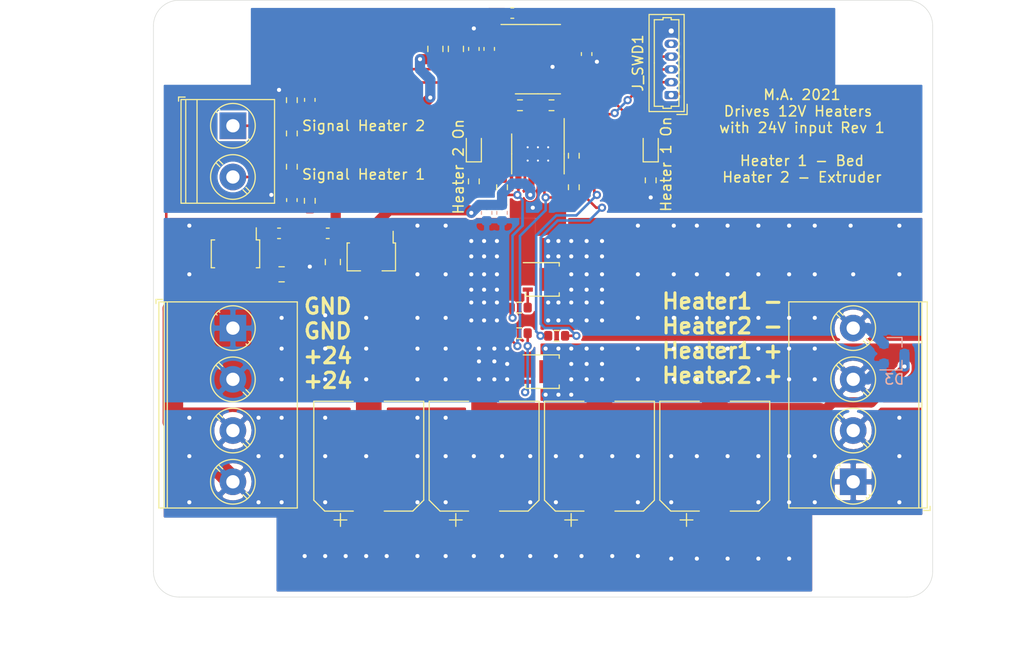
<source format=kicad_pcb>
(kicad_pcb (version 20171130) (host pcbnew 5.1.10-88a1d61d58~88~ubuntu20.04.1)
  (layers (0 F.Cu signal) (31 B.Cu signal) (34 B.Paste user hide) (35 F.Paste user hide) (36 B.SilkS user hide) (37 F.SilkS user) (38 B.Mask user hide) (39 F.Mask user hide) (44 Edge.Cuts user))
  (net 0 "")
  (net 1 GND)
  (net 2 +3V3)
  (net 3 +24V)
  (net 4 /Heater1ActiveLed)
  (net 5 "Net-(D1-Pad1)")
  (net 6 /Heater2ActiveLed)
  (net 7 "Net-(D2-Pad1)")
  (net 8 /SWCLK)
  (net 9 /SWDIO)
  (net 10 /~RST)
  (net 11 "Net-(Q1-Pad2)")
  (net 12 "Net-(Q2-Pad2)")
  (net 13 /Heater2)
  (net 14 /Heater1)
  (net 15 /Temp)
  (net 16 +12V)
  (net 17 "Net-(R10-Pad2)")
  (net 18 "Net-(R11-Pad1)")
  (net 19 /InputHeater1)
  (net 20 /InputHeater2)
  (net 21 /PowerHeater1)
  (net 22 /PowerHeater2)
  (module 3dPrinterHalfVoltageMosfetBoard:TerminalBlock_Phoenix_PT-1,5-4-5.0-H_1x04_P5.00mm_Horizontal (layer F.Cu) (at 195.75 132 90)
    (fp_text reference J2 hide)
    (fp_text value "Phoenix 1987740")
    (pad 1 thru_hole rect (at 0 0 90) (size 2.6 2.6) (drill 1.3) (layers *.Cu *.Mask) (net 3 +24V))
    (pad 2 thru_hole circle (at 5 0 90) (size 2.6 2.6) (drill 1.3) (layers *.Cu *.Mask) (net 3 +24V))
    (pad 3 thru_hole circle (at 10 0 90) (size 2.6 2.6) (drill 1.3) (layers *.Cu *.Mask) (net 22 /PowerHeater2))
    (pad 4 thru_hole circle (at 15 0 90) (size 2.6 2.6) (drill 1.3) (layers *.Cu *.Mask) (net 21 /PowerHeater1))
  )
  (module Capacitor_SMD:C_0805_2012Metric (layer F.Cu) (at 140 111.75)
    (fp_text reference C2 hide)
    (fp_text value "1uF 36V")
    (pad 2 smd roundrect (at 0.95 0) (size 1 1.45) (layers F.Cu F.Paste F.Mask) (net 1 GND))
    (pad 1 smd roundrect (at -0.95 0) (size 1 1.45) (layers F.Cu F.Paste F.Mask) (net 3 +24V))
  )
  (module Capacitor_SMD:C_0805_2012Metric (layer F.Cu) (at 145 110.55 270)
    (fp_text reference C3 hide)
    (fp_text value "1uF 36V")
    (pad 2 smd roundrect (at 0.95 0 270) (size 1 1.45) (layers F.Cu F.Paste F.Mask) (net 1 GND))
    (pad 1 smd roundrect (at -0.95 0 270) (size 1 1.45) (layers F.Cu F.Paste F.Mask) (net 16 +12V))
  )
  (module Capacitor_SMD:C_0805_2012Metric (layer F.Cu) (at 155 89.75 90)
    (fp_text reference C6 hide)
    (fp_text value 10uF)
    (pad 2 smd roundrect (at 0.95 0 90) (size 1 1.45) (layers F.Cu F.Paste F.Mask) (net 1 GND))
    (pad 1 smd roundrect (at -0.95 0 90) (size 1 1.45) (layers F.Cu F.Paste F.Mask) (net 2 +3V3))
  )
  (module Capacitor_SMD:C_0805_2012Metric (layer F.Cu) (at 157 89.75 90)
    (fp_text reference C11 hide)
    (fp_text value "1uF 36V")
    (pad 2 smd roundrect (at 0.95 0 90) (size 1 1.45) (layers F.Cu F.Paste F.Mask) (net 1 GND))
    (pad 1 smd roundrect (at -0.95 0 90) (size 1 1.45) (layers F.Cu F.Paste F.Mask) (net 2 +3V3))
  )
  (module Capacitor_SMD:CP_Elec_10x12.5 (layer F.Cu) (at 148.5 129.5 90)
    (fp_text reference C15 hide)
    (fp_text value "100uF 35V")
    (pad 2 smd roundrect (at 4.2 0 90) (size 4.4 2.5) (layers F.Cu F.Paste F.Mask) (roundrect_rratio 0.1) (net 1 GND))
    (pad 1 smd roundrect (at -4.2 0 90) (size 4.4 2.5) (layers F.Cu F.Paste F.Mask) (roundrect_rratio 0.1) (net 3 +24V))
  )
  (module Capacitor_SMD:CP_Elec_10x12.5 (layer F.Cu) (at 182.25 129.5 90)
    (fp_text reference C16 hide)
    (fp_text value "100uF 35V")
    (pad 2 smd roundrect (at 4.2 0 90) (size 4.4 2.5) (layers F.Cu F.Paste F.Mask) (roundrect_rratio 0.1) (net 1 GND))
    (pad 1 smd roundrect (at -4.2 0 90) (size 4.4 2.5) (layers F.Cu F.Paste F.Mask) (roundrect_rratio 0.1) (net 3 +24V))
  )
  (module Capacitor_SMD:CP_Elec_10x12.5 (layer F.Cu) (at 171 129.5 90)
    (fp_text reference C17 hide)
    (fp_text value "100uF 35V")
    (pad 2 smd roundrect (at 4.2 0 90) (size 4.4 2.5) (layers F.Cu F.Paste F.Mask) (roundrect_rratio 0.1) (net 1 GND))
    (pad 1 smd roundrect (at -4.2 0 90) (size 4.4 2.5) (layers F.Cu F.Paste F.Mask) (roundrect_rratio 0.1) (net 3 +24V))
  )
  (module Capacitor_SMD:CP_Elec_10x12.5 (layer F.Cu) (at 159.75 129.5 90)
    (fp_text reference C18 hide)
    (fp_text value "100uF 35V")
    (pad 2 smd roundrect (at 4.2 0 90) (size 4.4 2.5) (layers F.Cu F.Paste F.Mask) (roundrect_rratio 0.1) (net 1 GND))
    (pad 1 smd roundrect (at -4.2 0 90) (size 4.4 2.5) (layers F.Cu F.Paste F.Mask) (roundrect_rratio 0.1) (net 3 +24V))
  )
  (module LED_SMD:LED_0603_1608Metric (layer F.Cu) (at 176 99.2875 90)
    (fp_text reference D1 hide)
    (fp_text value LED)
    (pad 2 smd roundrect (at 0.7875 0 90) (size 0.875 0.95) (layers F.Cu F.Paste F.Mask) (net 4 /Heater1ActiveLed))
    (pad 1 smd roundrect (at -0.7875 0 90) (size 0.875 0.95) (layers F.Cu F.Paste F.Mask) (net 5 "Net-(D1-Pad1)"))
  )
  (module LED_SMD:LED_0603_1608Metric (layer F.Cu) (at 158.75 99.2875 90)
    (fp_text reference D2 hide)
    (fp_text value LED)
    (pad 2 smd roundrect (at 0.7875 0 90) (size 0.875 0.95) (layers F.Cu F.Paste F.Mask) (net 6 /Heater2ActiveLed))
    (pad 1 smd roundrect (at -0.7875 0 90) (size 0.875 0.95) (layers F.Cu F.Paste F.Mask) (net 7 "Net-(D2-Pad1)"))
  )
  (module Package_TO_SOT_SMD:SOT-23 (layer B.Cu) (at 199.75 119.5)
    (fp_text reference D3 (at 0 2.5) (layer B.SilkS) (effects (justify mirror)))
    (fp_text value ESDCAN01-2BLY)
    (pad 3 smd rect (at 1 0) (size 0.9 0.8) (layers B.Cu B.Paste B.Mask) (net 1 GND))
    (pad 2 smd rect (at -1 -0.95) (size 0.9 0.8) (layers B.Cu B.Paste B.Mask) (net 21 /PowerHeater1))
    (pad 1 smd rect (at -1 0.95) (size 0.9 0.8) (layers B.Cu B.Paste B.Mask) (net 22 /PowerHeater2))
  )
  (module MountingHole:MountingHole_3.5mm (layer F.Cu) (at 198 139.25)
    (fp_text reference H1 hide)
    (fp_text value MountingHole)
    (pad 1 np_thru_hole circle (at 0 0) (size 3.5 3.5) (drill 3.5) (layers *.Cu *.Mask))
  )
  (module MountingHole:MountingHole_3.5mm (layer F.Cu) (at 198 89.25)
    (fp_text reference H2 hide)
    (fp_text value MountingHole)
    (pad 1 np_thru_hole circle (at 0 0) (size 3.5 3.5) (drill 3.5) (layers *.Cu *.Mask))
  )
  (module MountingHole:MountingHole_3.5mm (layer F.Cu) (at 133 139.25)
    (fp_text reference H3 hide)
    (fp_text value MountingHole)
    (pad 1 np_thru_hole circle (at 0 0) (size 3.5 3.5) (drill 3.5) (layers *.Cu *.Mask))
  )
  (module MountingHole:MountingHole_3.5mm (layer F.Cu) (at 133 89.25)
    (fp_text reference H4 hide)
    (fp_text value MountingHole)
    (pad 1 np_thru_hole circle (at 0 0) (size 3.5 3.5) (drill 3.5) (layers *.Cu *.Mask))
  )
  (module TerminalBlock_Phoenix:TerminalBlock_Phoenix_PT-1,5-2-5.0-H_1x02_P5.00mm_Horizontal (layer F.Cu) (at 135.25 97.25 270)
    (fp_text reference J5 hide)
    (fp_text value "Phoenix 1729018")
    (pad 2 thru_hole circle (at 5 0 270) (size 2.6 2.6) (drill 1.3) (layers *.Cu *.Mask) (net 19 /InputHeater1))
    (pad 1 thru_hole rect (at 0 0 270) (size 2.6 2.6) (drill 1.3) (layers *.Cu *.Mask) (net 20 /InputHeater2))
  )
  (module Connector_Molex:Molex_PicoBlade_53047-0610_1x06_P1.25mm_Vertical (layer F.Cu) (at 178 94.25 90)
    (fp_text reference J_SWD1 (at 3.12 -3.25 90) (layer F.SilkS))
    (fp_text value "Molex PicoBlade 6Pin")
    (pad 6 thru_hole oval (at 6.25 0 90) (size 0.8 1.3) (drill 0.5) (layers *.Cu *.Mask) (net 1 GND))
    (pad 5 thru_hole oval (at 5 0 90) (size 0.8 1.3) (drill 0.5) (layers *.Cu *.Mask))
    (pad 4 thru_hole oval (at 3.75 0 90) (size 0.8 1.3) (drill 0.5) (layers *.Cu *.Mask) (net 8 /SWCLK))
    (pad 3 thru_hole oval (at 2.5 0 90) (size 0.8 1.3) (drill 0.5) (layers *.Cu *.Mask) (net 9 /SWDIO))
    (pad 2 thru_hole oval (at 1.25 0 90) (size 0.8 1.3) (drill 0.5) (layers *.Cu *.Mask) (net 2 +3V3))
    (pad 1 thru_hole roundrect (at 0 0 90) (size 0.8 1.3) (drill 0.5) (layers *.Cu *.Mask) (net 10 /~RST))
  )
  (module 3dPrinterHalfVoltageMosfetBoard:Vishay_PowerPAK_1212-8_Single (layer F.Cu) (at 165.4425 112.25)
    (fp_text reference Q1 hide)
    (fp_text value Q_NMOS_DGS)
    (pad 3 smd custom (at 0.5575 0) (size 1.725 2.235) (layers F.Cu F.Paste F.Mask) (net 21 /PowerHeater1) (options (clearance outline) (anchor rect)) (primitives (gr_poly (pts (xy 0.8625 0.1275) (xy 0.8625 -0.1275) (xy 1.3725 -0.1275) (xy 1.3725 -0.5325) (xy 0.8625 -0.5325) (xy 0.8625 -0.7875) (xy 1.3725 -0.7875) (xy 1.3725 -1.195) (xy 0.6125 -1.195) (xy 0.6125 1.195) (xy 1.3725 1.195) (xy 1.3725 0.7875) (xy 0.8625 0.7875) (xy 0.8625 0.5325) (xy 1.3725 0.5325) (xy 1.3725 0.1275)) (width 0))))
    (pad 2 smd rect (at -1.435 0.99) (size 0.99 0.405) (layers F.Cu F.Paste F.Mask) (net 11 "Net-(Q1-Pad2)"))
    (pad 1 smd rect (at -1.435 0.33) (size 0.99 0.405) (layers F.Cu F.Paste F.Mask) (net 1 GND))
    (pad 1 smd rect (at -1.435 -0.33) (size 0.99 0.405) (layers F.Cu F.Paste F.Mask) (net 1 GND))
    (pad 1 smd rect (at -1.435 -0.99) (size 0.99 0.405) (layers F.Cu F.Paste F.Mask) (net 1 GND))
  )
  (module 3dPrinterHalfVoltageMosfetBoard:Vishay_PowerPAK_1212-8_Single (layer F.Cu) (at 165.4425 121.25)
    (fp_text reference Q2 hide)
    (fp_text value Q_NMOS_DGS)
    (pad 3 smd custom (at 0.5575 0) (size 1.725 2.235) (layers F.Cu F.Paste F.Mask) (net 22 /PowerHeater2) (options (clearance outline) (anchor rect)) (primitives (gr_poly (pts (xy 0.8625 0.1275) (xy 0.8625 -0.1275) (xy 1.3725 -0.1275) (xy 1.3725 -0.5325) (xy 0.8625 -0.5325) (xy 0.8625 -0.7875) (xy 1.3725 -0.7875) (xy 1.3725 -1.195) (xy 0.6125 -1.195) (xy 0.6125 1.195) (xy 1.3725 1.195) (xy 1.3725 0.7875) (xy 0.8625 0.7875) (xy 0.8625 0.5325) (xy 1.3725 0.5325) (xy 1.3725 0.1275)) (width 0))))
    (pad 2 smd rect (at -1.435 0.99) (size 0.99 0.405) (layers F.Cu F.Paste F.Mask) (net 12 "Net-(Q2-Pad2)"))
    (pad 1 smd rect (at -1.435 0.33) (size 0.99 0.405) (layers F.Cu F.Paste F.Mask) (net 1 GND))
    (pad 1 smd rect (at -1.435 -0.33) (size 0.99 0.405) (layers F.Cu F.Paste F.Mask) (net 1 GND))
    (pad 1 smd rect (at -1.435 -0.99) (size 0.99 0.405) (layers F.Cu F.Paste F.Mask) (net 1 GND))
  )
  (module Resistor_SMD:R_0603_1608Metric (layer F.Cu) (at 141 101.25 270)
    (fp_text reference R1 hide)
    (fp_text value 100k)
    (pad 2 smd roundrect (at 0.825 0 270) (size 0.8 0.95) (layers F.Cu F.Paste F.Mask) (net 19 /InputHeater1))
    (pad 1 smd roundrect (at -0.825 0 270) (size 0.8 0.95) (layers F.Cu F.Paste F.Mask) (net 3 +24V))
  )
  (module Resistor_SMD:R_0603_1608Metric (layer F.Cu) (at 142.75 104.575 270)
    (fp_text reference R2 hide)
    (fp_text value 20k)
    (pad 2 smd roundrect (at 0.825 0 270) (size 0.8 0.95) (layers F.Cu F.Paste F.Mask) (net 1 GND))
    (pad 1 smd roundrect (at -0.825 0 270) (size 0.8 0.95) (layers F.Cu F.Paste F.Mask) (net 19 /InputHeater1))
  )
  (module Resistor_SMD:R_0603_1608Metric (layer F.Cu) (at 141 98 90)
    (fp_text reference R3 hide)
    (fp_text value 100k)
    (pad 2 smd roundrect (at 0.825 0 90) (size 0.8 0.95) (layers F.Cu F.Paste F.Mask) (net 20 /InputHeater2))
    (pad 1 smd roundrect (at -0.825 0 90) (size 0.8 0.95) (layers F.Cu F.Paste F.Mask) (net 3 +24V))
  )
  (module Resistor_SMD:R_0603_1608Metric (layer F.Cu) (at 141 94.75 90)
    (fp_text reference R4 hide)
    (fp_text value 20k)
    (pad 2 smd roundrect (at 0.825 0 90) (size 0.8 0.95) (layers F.Cu F.Paste F.Mask) (net 1 GND))
    (pad 1 smd roundrect (at -0.825 0 90) (size 0.8 0.95) (layers F.Cu F.Paste F.Mask) (net 20 /InputHeater2))
  )
  (module Resistor_SMD:R_0603_1608Metric (layer F.Cu) (at 168.5 100.175 270)
    (fp_text reference R5 hide)
    (fp_text value 10k)
    (pad 2 smd roundrect (at 0.825 0 270) (size 0.8 0.95) (layers F.Cu F.Paste F.Mask) (net 1 GND))
    (pad 1 smd roundrect (at -0.825 0 270) (size 0.8 0.95) (layers F.Cu F.Paste F.Mask) (net 15 /Temp))
  )
  (module Resistor_SMD:R_0603_1608Metric (layer F.Cu) (at 176 102.575 270)
    (fp_text reference R6 hide)
    (fp_text value 300)
    (pad 2 smd roundrect (at 0.825 0 270) (size 0.8 0.95) (layers F.Cu F.Paste F.Mask) (net 1 GND))
    (pad 1 smd roundrect (at -0.825 0 270) (size 0.8 0.95) (layers F.Cu F.Paste F.Mask) (net 5 "Net-(D1-Pad1)"))
  )
  (module Resistor_SMD:R_0603_1608Metric (layer F.Cu) (at 158.75 102.675 270)
    (fp_text reference R7 hide)
    (fp_text value 300)
    (pad 2 smd roundrect (at 0.825 0 270) (size 0.8 0.95) (layers F.Cu F.Paste F.Mask) (net 1 GND))
    (pad 1 smd roundrect (at -0.825 0 270) (size 0.8 0.95) (layers F.Cu F.Paste F.Mask) (net 7 "Net-(D2-Pad1)"))
  )
  (module Resistor_SMD:R_0603_1608Metric (layer F.Cu) (at 166.325 95.25)
    (fp_text reference R8 hide)
    (fp_text value 10k)
    (pad 2 smd roundrect (at 0.825 0) (size 0.8 0.95) (layers F.Cu F.Paste F.Mask) (net 13 /Heater2))
    (pad 1 smd roundrect (at -0.825 0) (size 0.8 0.95) (layers F.Cu F.Paste F.Mask) (net 2 +3V3))
  )
  (module Resistor_SMD:R_0603_1608Metric (layer F.Cu) (at 163.25 95.25 180)
    (fp_text reference R9 hide)
    (fp_text value 10k)
    (pad 2 smd roundrect (at 0.825 0 180) (size 0.8 0.95) (layers F.Cu F.Paste F.Mask) (net 14 /Heater1))
    (pad 1 smd roundrect (at -0.825 0 180) (size 0.8 0.95) (layers F.Cu F.Paste F.Mask) (net 2 +3V3))
  )
  (module Resistor_SMD:R_0603_1608Metric (layer F.Cu) (at 163.175 115 180)
    (fp_text reference R10 hide)
    (fp_text value 10)
    (pad 2 smd roundrect (at 0.825 0 180) (size 0.8 0.95) (layers F.Cu F.Paste F.Mask) (net 17 "Net-(R10-Pad2)"))
    (pad 1 smd roundrect (at -0.825 0 180) (size 0.8 0.95) (layers F.Cu F.Paste F.Mask) (net 11 "Net-(Q1-Pad2)"))
  )
  (module Resistor_SMD:R_0603_1608Metric (layer F.Cu) (at 163.175 117.5)
    (fp_text reference R11 hide)
    (fp_text value 10)
    (pad 2 smd roundrect (at 0.825 0) (size 0.8 0.95) (layers F.Cu F.Paste F.Mask) (net 12 "Net-(Q2-Pad2)"))
    (pad 1 smd roundrect (at -0.825 0) (size 0.8 0.95) (layers F.Cu F.Paste F.Mask) (net 18 "Net-(R11-Pad1)"))
  )
  (module Resistor_SMD:R_0603_1608Metric (layer F.Cu) (at 161.5 103.25 270)
    (fp_text reference R12 hide)
    (fp_text value 100k)
    (pad 2 smd roundrect (at 0.825 0 270) (size 0.8 0.95) (layers F.Cu F.Paste F.Mask) (net 17 "Net-(R10-Pad2)"))
    (pad 1 smd roundrect (at -0.825 0 270) (size 0.8 0.95) (layers F.Cu F.Paste F.Mask) (net 1 GND))
  )
  (module Resistor_SMD:R_0603_1608Metric (layer F.Cu) (at 168.5 103.25 90)
    (fp_text reference R13 hide)
    (fp_text value 100k)
    (pad 2 smd roundrect (at 0.825 0 90) (size 0.8 0.95) (layers F.Cu F.Paste F.Mask) (net 1 GND))
    (pad 1 smd roundrect (at -0.825 0 90) (size 0.8 0.95) (layers F.Cu F.Paste F.Mask) (net 18 "Net-(R11-Pad1)"))
  )
  (module Resistor_SMD:R_0603_1608Metric (layer F.Cu) (at 166.825 117.75)
    (fp_text reference TH1 hide)
    (fp_text value 10k)
    (pad 2 smd roundrect (at 0.825 0) (size 0.8 0.95) (layers F.Cu F.Paste F.Mask) (net 15 /Temp))
    (pad 1 smd roundrect (at -0.825 0) (size 0.8 0.95) (layers F.Cu F.Paste F.Mask) (net 2 +3V3))
  )
  (module Package_SO:TSSOP-20_4.4x6.5mm_P0.65mm (layer F.Cu) (at 165 90.75)
    (fp_text reference U1 hide)
    (fp_text value STM32L011F3Px)
    (pad 20 smd roundrect (at 2.8625 -2.925) (size 1.475 0.4) (layers F.Cu F.Paste F.Mask) (net 8 /SWCLK))
    (pad 19 smd roundrect (at 2.8625 -2.275) (size 1.475 0.4) (layers F.Cu F.Paste F.Mask) (net 9 /SWDIO))
    (pad 18 smd roundrect (at 2.8625 -1.625) (size 1.475 0.4) (layers F.Cu F.Paste F.Mask))
    (pad 17 smd roundrect (at 2.8625 -0.975) (size 1.475 0.4) (layers F.Cu F.Paste F.Mask))
    (pad 16 smd roundrect (at 2.8625 -0.325) (size 1.475 0.4) (layers F.Cu F.Paste F.Mask) (net 2 +3V3))
    (pad 15 smd roundrect (at 2.8625 0.325) (size 1.475 0.4) (layers F.Cu F.Paste F.Mask) (net 1 GND))
    (pad 14 smd roundrect (at 2.8625 0.975) (size 1.475 0.4) (layers F.Cu F.Paste F.Mask) (net 4 /Heater1ActiveLed))
    (pad 13 smd roundrect (at 2.8625 1.625) (size 1.475 0.4) (layers F.Cu F.Paste F.Mask) (net 2 +3V3))
    (pad 12 smd roundrect (at 2.8625 2.275) (size 1.475 0.4) (layers F.Cu F.Paste F.Mask) (net 15 /Temp))
    (pad 11 smd roundrect (at 2.8625 2.925) (size 1.475 0.4) (layers F.Cu F.Paste F.Mask) (net 13 /Heater2))
    (pad 10 smd roundrect (at -2.8625 2.925) (size 1.475 0.4) (layers F.Cu F.Paste F.Mask) (net 6 /Heater2ActiveLed))
    (pad 9 smd roundrect (at -2.8625 2.275) (size 1.475 0.4) (layers F.Cu F.Paste F.Mask) (net 19 /InputHeater1))
    (pad 8 smd roundrect (at -2.8625 1.625) (size 1.475 0.4) (layers F.Cu F.Paste F.Mask) (net 14 /Heater1))
    (pad 7 smd roundrect (at -2.8625 0.975) (size 1.475 0.4) (layers F.Cu F.Paste F.Mask) (net 20 /InputHeater2))
    (pad 6 smd roundrect (at -2.8625 0.325) (size 1.475 0.4) (layers F.Cu F.Paste F.Mask))
    (pad 5 smd roundrect (at -2.8625 -0.325) (size 1.475 0.4) (layers F.Cu F.Paste F.Mask) (net 2 +3V3))
    (pad 4 smd roundrect (at -2.8625 -0.975) (size 1.475 0.4) (layers F.Cu F.Paste F.Mask) (net 10 /~RST))
    (pad 3 smd roundrect (at -2.8625 -1.625) (size 1.475 0.4) (layers F.Cu F.Paste F.Mask))
    (pad 2 smd roundrect (at -2.8625 -2.275) (size 1.475 0.4) (layers F.Cu F.Paste F.Mask))
    (pad 1 smd roundrect (at -2.8625 -2.925) (size 1.475 0.4) (layers F.Cu F.Paste F.Mask))
  )
  (module Package_TO_SOT_SMD:SOT-89-3 (layer F.Cu) (at 148.75 109.75 270)
    (fp_text reference U2 hide)
    (fp_text value MCP1703A-3302_SOT89)
    (pad 2 smd custom (at -1.5625 0 270) (size 1.475 0.9) (layers F.Cu F.Paste F.Mask) (net 16 +12V) (options (clearance outline) (anchor rect)) (primitives (gr_poly (pts (xy 0.7375 -0.8665) (xy 3.8625 -0.8665) (xy 3.8625 0.8665) (xy 0.7375 0.8665)) (width 0))))
    (pad 3 smd rect (at -1.65 1.5 270) (size 1.3 0.9) (layers F.Cu F.Paste F.Mask) (net 2 +3V3))
    (pad 1 smd rect (at -1.65 -1.5 270) (size 1.3 0.9) (layers F.Cu F.Paste F.Mask) (net 1 GND))
  )
  (module Package_TO_SOT_SMD:SOT-89-5 (layer F.Cu) (at 135.5 109.75 270)
    (fp_text reference U3 hide)
    (fp_text value XC6702-3.3)
    (pad 2 smd custom (at 0 0 270) (size 0.8 2) (layers F.Cu F.Paste F.Mask) (net 1 GND) (options (clearance outline) (anchor rect)) (primitives (gr_poly (pts (xy -2.6 -0.5) (xy -0.9 -0.5) (xy -0.4 -1) (xy 0.4 -1) (xy 0.9 -0.5) (xy 2.6 -0.5) (xy 2.6 0.5) (xy 0.9 0.5) (xy 0.4 1) (xy -0.4 1) (xy -0.9 0.5) (xy -2.6 0.5)) (width 0))))
    (pad 3 smd rect (at -1.85 1.5 270) (size 1.5 0.7) (layers F.Cu F.Paste F.Mask) (net 3 +24V))
    (pad 1 smd rect (at -1.85 -1.5 270) (size 1.5 0.7) (layers F.Cu F.Paste F.Mask) (net 16 +12V))
    (pad 4 smd rect (at 1.85 1.5 270) (size 1.5 0.7) (layers F.Cu F.Paste F.Mask))
    (pad 5 smd rect (at 1.85 -1.5 270) (size 1.5 0.7) (layers F.Cu F.Paste F.Mask) (net 3 +24V))
  )
  (module Package_SO:SOIC-8-1EP_3.9x4.9mm_P1.27mm_EP2.29x3mm_ThermalVias (layer F.Cu) (at 165 100 270)
    (fp_text reference U4 hide)
    (fp_text value MIC4126)
    (pad 9 smd rect (at 0 0 270) (size 1.8 2.5) (layers B.Cu) (net 1 GND))
    (pad 9 thru_hole circle (at 0.65 1 270) (size 0.5 0.5) (drill 0.2) (layers *.Cu) (net 1 GND))
    (pad 9 thru_hole circle (at -0.65 1 270) (size 0.5 0.5) (drill 0.2) (layers *.Cu) (net 1 GND))
    (pad 9 thru_hole circle (at 0.65 0 270) (size 0.5 0.5) (drill 0.2) (layers *.Cu) (net 1 GND))
    (pad 9 thru_hole circle (at -0.65 0 270) (size 0.5 0.5) (drill 0.2) (layers *.Cu) (net 1 GND))
    (pad 9 thru_hole circle (at 0.65 -1 270) (size 0.5 0.5) (drill 0.2) (layers *.Cu) (net 1 GND))
    (pad 9 thru_hole circle (at -0.65 -1 270) (size 0.5 0.5) (drill 0.2) (layers *.Cu) (net 1 GND))
    (pad 9 smd rect (at 0 0 270) (size 2.29 3) (layers F.Cu F.Mask) (net 1 GND))
    (pad 8 smd roundrect (at 2.475 -1.905 270) (size 1.95 0.6) (layers F.Cu F.Paste F.Mask))
    (pad 7 smd roundrect (at 2.475 -0.635 270) (size 1.95 0.6) (layers F.Cu F.Paste F.Mask) (net 18 "Net-(R11-Pad1)"))
    (pad 6 smd roundrect (at 2.475 0.635 270) (size 1.95 0.6) (layers F.Cu F.Paste F.Mask) (net 16 +12V))
    (pad 5 smd roundrect (at 2.475 1.905 270) (size 1.95 0.6) (layers F.Cu F.Paste F.Mask) (net 17 "Net-(R10-Pad2)"))
    (pad 4 smd roundrect (at -2.475 1.905 270) (size 1.95 0.6) (layers F.Cu F.Paste F.Mask) (net 14 /Heater1))
    (pad 3 smd roundrect (at -2.475 0.635 270) (size 1.95 0.6) (layers F.Cu F.Paste F.Mask) (net 1 GND))
    (pad 2 smd roundrect (at -2.475 -0.635 270) (size 1.95 0.6) (layers F.Cu F.Paste F.Mask) (net 13 /Heater2))
    (pad 1 smd roundrect (at -2.475 -1.905 270) (size 1.95 0.6) (layers F.Cu F.Paste F.Mask))
  )
  (module Capacitor_SMD:C_0603_1608Metric (layer F.Cu) (at 162.5 86.25 180)
    (fp_text reference C1 hide)
    (fp_text value "100nF 16V")
    (pad 2 smd roundrect (at 0.775 0 180) (size 0.9 0.95) (layers F.Cu F.Paste F.Mask) (net 1 GND))
    (pad 1 smd roundrect (at -0.775 0 180) (size 0.9 0.95) (layers F.Cu F.Paste F.Mask) (net 10 /~RST))
  )
  (module Capacitor_SMD:C_0603_1608Metric (layer F.Cu) (at 141 104.5 270)
    (fp_text reference C4 hide)
    (fp_text value "100nF 16V")
    (pad 2 smd roundrect (at 0.775 0 270) (size 0.9 0.95) (layers F.Cu F.Paste F.Mask) (net 1 GND))
    (pad 1 smd roundrect (at -0.775 0 270) (size 0.9 0.95) (layers F.Cu F.Paste F.Mask) (net 19 /InputHeater1))
  )
  (module Capacitor_SMD:C_0603_1608Metric (layer F.Cu) (at 142.75 94.725 90)
    (fp_text reference C5 hide)
    (fp_text value "100nF 16V")
    (pad 2 smd roundrect (at 0.775 0 90) (size 0.9 0.95) (layers F.Cu F.Paste F.Mask) (net 1 GND))
    (pad 1 smd roundrect (at -0.775 0 90) (size 0.9 0.95) (layers F.Cu F.Paste F.Mask) (net 20 /InputHeater2))
  )
  (module Capacitor_SMD:C_0603_1608Metric (layer F.Cu) (at 139.75 107.75)
    (fp_text reference C7 hide)
    (fp_text value "2.2uF 16V")
    (pad 2 smd roundrect (at 0.775 0) (size 0.9 0.95) (layers F.Cu F.Paste F.Mask) (net 1 GND))
    (pad 1 smd roundrect (at -0.775 0) (size 0.9 0.95) (layers F.Cu F.Paste F.Mask) (net 16 +12V))
  )
  (module Capacitor_SMD:C_0603_1608Metric (layer F.Cu) (at 144.5 107.75 180)
    (fp_text reference C8 hide)
    (fp_text value "2.2uF 16V")
    (pad 2 smd roundrect (at 0.775 0 180) (size 0.9 0.95) (layers F.Cu F.Paste F.Mask) (net 1 GND))
    (pad 1 smd roundrect (at -0.775 0 180) (size 0.9 0.95) (layers F.Cu F.Paste F.Mask) (net 2 +3V3))
  )
  (module Capacitor_SMD:C_0603_1608Metric (layer F.Cu) (at 158.75 89.75 90)
    (fp_text reference C9 hide)
    (fp_text value "100nF 16V")
    (pad 2 smd roundrect (at 0.775 0 90) (size 0.9 0.95) (layers F.Cu F.Paste F.Mask) (net 1 GND))
    (pad 1 smd roundrect (at -0.775 0 90) (size 0.9 0.95) (layers F.Cu F.Paste F.Mask) (net 2 +3V3))
  )
  (module Capacitor_SMD:C_0603_1608Metric (layer F.Cu) (at 160.25 89.75 90)
    (fp_text reference C10 hide)
    (fp_text value "100nF 16V")
    (pad 2 smd roundrect (at 0.775 0 90) (size 0.9 0.95) (layers F.Cu F.Paste F.Mask) (net 1 GND))
    (pad 1 smd roundrect (at -0.775 0 90) (size 0.9 0.95) (layers F.Cu F.Paste F.Mask) (net 2 +3V3))
  )
  (module Capacitor_SMD:C_0603_1608Metric (layer F.Cu) (at 169.75 90.25 270)
    (fp_text reference C12 hide)
    (fp_text value "100nF 16V")
    (pad 2 smd roundrect (at 0.775 0 270) (size 0.9 0.95) (layers F.Cu F.Paste F.Mask) (net 1 GND))
    (pad 1 smd roundrect (at -0.775 0 270) (size 0.9 0.95) (layers F.Cu F.Paste F.Mask) (net 2 +3V3))
  )
  (module Capacitor_SMD:C_0603_1608Metric (layer B.Cu) (at 161.5 105.75 270)
    (fp_text reference C13 hide)
    (fp_text value "100nF 16V")
    (pad 2 smd roundrect (at 0.775 0 270) (size 0.9 0.95) (layers B.Cu B.Paste B.Mask) (net 1 GND))
    (pad 1 smd roundrect (at -0.775 0 270) (size 0.9 0.95) (layers B.Cu B.Paste B.Mask) (net 16 +12V))
  )
  (module Capacitor_SMD:C_0603_1608Metric (layer B.Cu) (at 160 105.75 270)
    (fp_text reference C14 hide)
    (fp_text value "2.2uF 16V")
    (pad 2 smd roundrect (at 0.775 0 270) (size 0.9 0.95) (layers B.Cu B.Paste B.Mask) (net 1 GND))
    (pad 1 smd roundrect (at -0.775 0 270) (size 0.9 0.95) (layers B.Cu B.Paste B.Mask) (net 16 +12V))
  )
  (module 3dPrinterHalfVoltageMosfetBoard:TerminalBlock_Phoenix_PT-1,5-4-5.0-H_1x04_P5.00mm_Horizontal (layer F.Cu) (at 135.25 117 270)
    (fp_text reference J1 hide)
    (fp_text value "Phoenix 1987740")
    (pad 1 thru_hole rect (at 0 0 270) (size 2.6 2.6) (drill 1.3) (layers *.Cu *.Mask) (net 1 GND))
    (pad 2 thru_hole circle (at 5 0 270) (size 2.6 2.6) (drill 1.3) (layers *.Cu *.Mask) (net 1 GND))
    (pad 3 thru_hole circle (at 10 0 270) (size 2.6 2.6) (drill 1.3) (layers *.Cu *.Mask) (net 3 +24V))
    (pad 4 thru_hole circle (at 15 0 270) (size 2.6 2.6) (drill 1.3) (layers *.Cu *.Mask) (net 3 +24V))
  )
  (gr_text "M.A. 2021\nDrives 12V Heaters \nwith 24V input Rev 1\n\nHeater 1 - Bed\nHeater 2 - Extruder" (at 190.75 98.25) (layer F.SilkS) (effects (font (size 1 1))))
  (gr_text "Signal Heater 1" (at 148 102) (layer F.SilkS) (effects (font (size 1 1))))
  (gr_text "Signal Heater 2" (at 148 97.25) (layer F.SilkS) (effects (font (size 1 1))))
  (gr_text "Heater 1 On" (at 177.5 101 90) (layer F.SilkS) (effects (font (size 1 1))))
  (gr_text "Heater 2 On" (at 157.25 101.25 90) (layer F.SilkS) (effects (font (size 1 1))))
  (gr_line (start 130 85) (end 201 85) (layer Edge.Cuts) (width 0.05))
  (gr_arc (start 201 87.5) (end 203.5 87.5) (angle -90) (layer Edge.Cuts) (width 0.05))
  (gr_arc (start 130 87.5) (end 130 85) (angle -90) (layer Edge.Cuts) (width 0.05))
  (gr_arc (start 130 140.75) (end 127.5 140.75) (angle -90) (layer Edge.Cuts) (width 0.05))
  (gr_arc (start 201 140.75) (end 201 143.25) (angle -90) (layer Edge.Cuts) (width 0.05))
  (gr_text "GND\nGND\n+24\n+24" (at 144.5 118.5) (layer F.SilkS) (effects (font (size 1.5 1.5) (thickness 0.3))))
  (gr_line (start 203.5 140.75) (end 203.5 87.5) (layer Edge.Cuts) (width 0.05))
  (gr_text "Heater1 -\nHeater2 -\nHeater1 +\nHeater2 +" (at 183 118) (layer F.SilkS) (effects (font (size 1.5 1.5) (thickness 0.3))))
  (gr_line (start 127.5 140.75) (end 127.5 87.5) (layer Edge.Cuts) (width 0.05))
  (gr_line (start 130 143.25) (end 201 143.25) (layer Edge.Cuts) (width 0.05))
  (via (at 161 114.5) (size 0.8) (drill 0.4) (layers F.Cu B.Cu) (net 1))
  (via (at 161 116.25) (size 0.8) (drill 0.4) (layers F.Cu B.Cu) (net 1))
  (via (at 159.75 116.25) (size 0.8) (drill 0.4) (layers F.Cu B.Cu) (net 1))
  (via (at 159.75 114.5) (size 0.8) (drill 0.4) (layers F.Cu B.Cu) (net 1))
  (via (at 161 113.25) (size 0.8) (drill 0.4) (layers F.Cu B.Cu) (net 1))
  (via (at 161 111.75) (size 0.8) (drill 0.4) (layers F.Cu B.Cu) (net 1))
  (via (at 161 110) (size 0.8) (drill 0.4) (layers F.Cu B.Cu) (net 1))
  (via (at 161 108.5) (size 0.8) (drill 0.4) (layers F.Cu B.Cu) (net 1))
  (via (at 159.75 113.25) (size 0.8) (drill 0.4) (layers F.Cu B.Cu) (net 1))
  (via (at 159.75 111.75) (size 0.8) (drill 0.4) (layers F.Cu B.Cu) (net 1))
  (via (at 159.75 110) (size 0.8) (drill 0.4) (layers F.Cu B.Cu) (net 1))
  (via (at 159.75 108.5) (size 0.8) (drill 0.4) (layers F.Cu B.Cu) (net 1))
  (via (at 158.5 116.25) (size 0.8) (drill 0.4) (layers F.Cu B.Cu) (net 1))
  (via (at 158.5 114.5) (size 0.8) (drill 0.4) (layers F.Cu B.Cu) (net 1))
  (via (at 158.5 113.25) (size 0.8) (drill 0.4) (layers F.Cu B.Cu) (net 1))
  (via (at 158.5 111.75) (size 0.8) (drill 0.4) (layers F.Cu B.Cu) (net 1))
  (via (at 158.5 110) (size 0.8) (drill 0.4) (layers F.Cu B.Cu) (net 1))
  (via (at 158.5 108.5) (size 0.8) (drill 0.4) (layers F.Cu B.Cu) (net 1))
  (via (at 162 119) (size 0.8) (drill 0.4) (layers F.Cu B.Cu) (net 1))
  (via (at 160.75 119) (size 0.8) (drill 0.4) (layers F.Cu B.Cu) (net 1))
  (via (at 162 120.5) (size 0.8) (drill 0.4) (layers F.Cu B.Cu) (net 1))
  (via (at 162 122) (size 0.8) (drill 0.4) (layers F.Cu B.Cu) (net 1))
  (via (at 160.75 122) (size 0.8) (drill 0.4) (layers F.Cu B.Cu) (net 1))
  (via (at 160.75 120.25) (size 0.8) (drill 0.4) (layers F.Cu B.Cu) (net 1))
  (via (at 159.25 122) (size 0.8) (drill 0.4) (layers F.Cu B.Cu) (net 1))
  (via (at 159.25 120.25) (size 0.8) (drill 0.4) (layers F.Cu B.Cu) (net 1))
  (via (at 159.25 119) (size 0.8) (drill 0.4) (layers F.Cu B.Cu) (net 1))
  (via (at 156 122) (size 0.8) (drill 0.4) (layers F.Cu B.Cu) (net 1))
  (via (at 153.25 122) (size 0.8) (drill 0.4) (layers F.Cu B.Cu) (net 1))
  (via (at 148.25 122) (size 0.8) (drill 0.4) (layers F.Cu B.Cu) (net 1))
  (via (at 144.25 122) (size 0.8) (drill 0.4) (layers F.Cu B.Cu) (net 1))
  (via (at 140 122) (size 0.8) (drill 0.4) (layers F.Cu B.Cu) (net 1))
  (via (at 156 119) (size 0.8) (drill 0.4) (layers F.Cu B.Cu) (net 1))
  (via (at 153.25 119) (size 0.8) (drill 0.4) (layers F.Cu B.Cu) (net 1))
  (via (at 148.25 119) (size 0.8) (drill 0.4) (layers F.Cu B.Cu) (net 1))
  (via (at 144.25 119) (size 0.8) (drill 0.4) (layers F.Cu B.Cu) (net 1))
  (via (at 140 119) (size 0.8) (drill 0.4) (layers F.Cu B.Cu) (net 1))
  (via (at 140 116) (size 0.8) (drill 0.4) (layers F.Cu B.Cu) (net 1))
  (via (at 156 116) (size 0.8) (drill 0.4) (layers F.Cu B.Cu) (net 1))
  (via (at 153.25 116) (size 0.8) (drill 0.4) (layers F.Cu B.Cu) (net 1))
  (via (at 148.25 116) (size 0.8) (drill 0.4) (layers F.Cu B.Cu) (net 1))
  (via (at 144.25 115.75) (size 0.8) (drill 0.4) (layers F.Cu B.Cu) (net 1))
  (via (at 131 111.75) (size 0.8) (drill 0.4) (layers F.Cu B.Cu) (net 1))
  (via (at 131 107) (size 0.8) (drill 0.4) (layers F.Cu B.Cu) (net 1))
  (via (at 153.25 111.75) (size 0.8) (drill 0.4) (layers F.Cu B.Cu) (net 1))
  (via (at 153.25 107) (size 0.8) (drill 0.4) (layers F.Cu B.Cu) (net 1))
  (via (at 156 111.75) (size 0.8) (drill 0.4) (layers F.Cu B.Cu) (net 1))
  (via (at 156 107) (size 0.8) (drill 0.4) (layers F.Cu B.Cu) (net 1))
  (via (at 142.75 111) (size 0.8) (drill 0.4) (layers F.Cu B.Cu) (net 1))
  (segment (start 159.75 125.3) (end 171 125.3) (width 2) (layer F.Cu) (net 1))
  (segment (start 171 125.3) (end 182.25 125.3) (width 2) (layer F.Cu) (net 1))
  (segment (start 182.25 125.3) (end 192.45 125.3) (width 2) (layer F.Cu) (net 1))
  (via (at 200.75 120.750004) (size 0.8) (drill 0.4) (layers F.Cu B.Cu) (net 1))
  (segment (start 200.75 119.5) (end 200.75 120.750004) (width 1) (layer B.Cu) (net 1))
  (segment (start 200.75 121) (end 200.75 120.750004) (width 1) (layer F.Cu) (net 1))
  (segment (start 197.5 124.25) (end 200.75 121) (width 1) (layer F.Cu) (net 1))
  (segment (start 192.7 125.3) (end 193.75 124.25) (width 1) (layer F.Cu) (net 1))
  (segment (start 193.75 124.25) (end 197.5 124.25) (width 1) (layer F.Cu) (net 1))
  (segment (start 192.45 125.3) (end 192.7 125.3) (width 1) (layer F.Cu) (net 1))
  (segment (start 159.925 108.325) (end 159.75 108.5) (width 0.25) (layer F.Cu) (net 1))
  (segment (start 163.675 100) (end 165 100) (width 0.25) (layer F.Cu) (net 1))
  (segment (start 161.5 102.175) (end 163.675 100) (width 0.25) (layer F.Cu) (net 1))
  (segment (start 164.365 98.715) (end 165 99.35) (width 0.25) (layer F.Cu) (net 1))
  (segment (start 164.365 97.525) (end 164.365 98.715) (width 0.25) (layer F.Cu) (net 1))
  (via (at 166.424998 91.5) (size 0.8) (drill 0.4) (layers F.Cu B.Cu) (net 1))
  (segment (start 167.8625 91.075) (end 166.849998 91.075) (width 0.25) (layer F.Cu) (net 1))
  (segment (start 166.849998 91.075) (end 166.424998 91.5) (width 0.25) (layer F.Cu) (net 1))
  (via (at 164.5 105.25) (size 0.8) (drill 0.4) (layers F.Cu B.Cu) (net 1))
  (segment (start 142.725 93.925) (end 142.75 93.95) (width 0.25) (layer F.Cu) (net 1))
  (segment (start 141 93.925) (end 142.725 93.925) (width 0.25) (layer F.Cu) (net 1))
  (via (at 139.75 93.75) (size 0.8) (drill 0.4) (layers F.Cu B.Cu) (net 1))
  (segment (start 139.925 93.925) (end 139.75 93.75) (width 0.25) (layer F.Cu) (net 1))
  (segment (start 141 93.925) (end 139.925 93.925) (width 0.25) (layer F.Cu) (net 1))
  (segment (start 160.25 88.975) (end 158.75 88.975) (width 1) (layer F.Cu) (net 1))
  (segment (start 157.175 88.975) (end 157 88.8) (width 1) (layer F.Cu) (net 1))
  (segment (start 158.75 88.975) (end 157.175 88.975) (width 1) (layer F.Cu) (net 1))
  (via (at 158.75 87.75) (size 0.8) (drill 0.4) (layers F.Cu B.Cu) (net 1))
  (segment (start 158.75 88.975) (end 158.75 87.75) (width 1) (layer F.Cu) (net 1))
  (via (at 170.75 91) (size 0.8) (drill 0.4) (layers F.Cu B.Cu) (net 1))
  (segment (start 170.725 91.025) (end 170.75 91) (width 1) (layer F.Cu) (net 1))
  (segment (start 169.75 91.025) (end 170.725 91.025) (width 1) (layer F.Cu) (net 1))
  (segment (start 160.25 86.25) (end 158.75 87.75) (width 1) (layer F.Cu) (net 1))
  (segment (start 161.725 86.25) (end 160.25 86.25) (width 1) (layer F.Cu) (net 1))
  (segment (start 167.5 100) (end 168.5 101) (width 0.25) (layer F.Cu) (net 1))
  (segment (start 165 100) (end 167.5 100) (width 0.25) (layer F.Cu) (net 1))
  (segment (start 168.5 101) (end 168.5 102.425) (width 0.25) (layer F.Cu) (net 1))
  (via (at 176 104.25) (size 0.8) (drill 0.4) (layers F.Cu B.Cu) (net 1))
  (segment (start 176 103.4) (end 176 104.25) (width 0.25) (layer F.Cu) (net 1))
  (segment (start 160.425 103.5) (end 161.5 102.425) (width 0.25) (layer F.Cu) (net 1))
  (segment (start 158.75 103.5) (end 160.425 103.5) (width 0.25) (layer F.Cu) (net 1))
  (segment (start 155 88.8) (end 157 88.8) (width 1) (layer F.Cu) (net 1))
  (segment (start 148.5 122.25) (end 148.25 122) (width 1) (layer F.Cu) (net 1))
  (segment (start 148.5 125.3) (end 148.5 122.25) (width 1) (layer F.Cu) (net 1))
  (segment (start 159.75 122.5) (end 159.25 122) (width 1) (layer F.Cu) (net 1))
  (segment (start 159.75 125.3) (end 159.75 122.5) (width 1) (layer F.Cu) (net 1))
  (segment (start 144 107.475) (end 143.725 107.75) (width 0.25) (layer F.Cu) (net 1))
  (segment (start 141.125 105.4) (end 141 105.275) (width 0.25) (layer F.Cu) (net 1))
  (segment (start 142.75 105.4) (end 141.125 105.4) (width 0.25) (layer F.Cu) (net 1))
  (via (at 139 104) (size 0.8) (drill 0.4) (layers F.Cu B.Cu) (net 1))
  (segment (start 140.275 105.275) (end 139 104) (width 0.25) (layer F.Cu) (net 1))
  (segment (start 141 105.275) (end 140.275 105.275) (width 0.25) (layer F.Cu) (net 1))
  (segment (start 145.625 108.1) (end 145.275 107.75) (width 1) (layer F.Cu) (net 2))
  (segment (start 147.25 108.1) (end 145.625 108.1) (width 1) (layer F.Cu) (net 2))
  (via (at 165.25 117.75) (size 0.8) (drill 0.4) (layers F.Cu B.Cu) (net 2))
  (segment (start 166 117.75) (end 165.25 117.75) (width 0.25) (layer F.Cu) (net 2))
  (segment (start 160.55 90.425) (end 160.25 90.725) (width 0.25) (layer F.Cu) (net 2))
  (segment (start 162.1375 90.425) (end 160.55 90.425) (width 0.25) (layer F.Cu) (net 2))
  (segment (start 160.25 90.725) (end 158.75 90.725) (width 1) (layer F.Cu) (net 2))
  (segment (start 157.175 90.725) (end 157 90.55) (width 1) (layer F.Cu) (net 2))
  (segment (start 158.75 90.725) (end 157.175 90.725) (width 1) (layer F.Cu) (net 2))
  (segment (start 168.8 90.425) (end 169.75 89.475) (width 0.25) (layer F.Cu) (net 2))
  (segment (start 167.8625 90.425) (end 168.8 90.425) (width 0.25) (layer F.Cu) (net 2))
  (segment (start 166.625 92.375) (end 165.5 93.5) (width 0.25) (layer F.Cu) (net 2))
  (segment (start 167.8625 92.375) (end 166.625 92.375) (width 0.25) (layer F.Cu) (net 2))
  (segment (start 165.5 95.25) (end 165.5 93.5) (width 0.25) (layer F.Cu) (net 2))
  (segment (start 165.5 95.25) (end 164.075 95.25) (width 0.25) (layer F.Cu) (net 2))
  (via (at 170.75 104) (size 0.8) (drill 0.4) (layers F.Cu B.Cu) (net 2))
  (segment (start 168.75 106) (end 170.75 104) (width 0.25) (layer B.Cu) (net 2))
  (segment (start 166.790588 106) (end 168.75 106) (width 0.25) (layer B.Cu) (net 2))
  (segment (start 164.824989 117.324989) (end 164.82499 107.965598) (width 0.25) (layer B.Cu) (net 2))
  (segment (start 164.82499 107.965598) (end 166.790588 106) (width 0.25) (layer B.Cu) (net 2))
  (segment (start 165.25 117.75) (end 164.824989 117.324989) (width 0.25) (layer B.Cu) (net 2))
  (segment (start 170.5 103.75) (end 170.75 104) (width 0.25) (layer F.Cu) (net 2))
  (segment (start 170.5 97.5) (end 170.5 98.25) (width 0.25) (layer F.Cu) (net 2))
  (segment (start 170.5 98.25) (end 170.5 103.75) (width 0.25) (layer F.Cu) (net 2))
  (segment (start 168.6 92.375) (end 170.5 94.275) (width 0.25) (layer F.Cu) (net 2))
  (segment (start 167.8625 92.375) (end 168.6 92.375) (width 0.25) (layer F.Cu) (net 2))
  (via (at 173.75 94.75) (size 0.8) (drill 0.4) (layers F.Cu B.Cu) (net 2))
  (segment (start 175.5 93) (end 173.75 94.75) (width 0.25) (layer F.Cu) (net 2))
  (segment (start 178 93) (end 175.5 93) (width 0.25) (layer F.Cu) (net 2))
  (via (at 172.487347 96.012653) (size 0.8) (drill 0.4) (layers F.Cu B.Cu) (net 2))
  (segment (start 173.75 94.75) (end 172.487347 96.012653) (width 0.25) (layer B.Cu) (net 2))
  (segment (start 170.5 96.25) (end 170.5 94.275) (width 0.25) (layer F.Cu) (net 2))
  (segment (start 170.5 98.25) (end 170.5 96.25) (width 0.25) (layer F.Cu) (net 2))
  (segment (start 170.625 96.125) (end 170.5 96.25) (width 0.25) (layer F.Cu) (net 2))
  (segment (start 172.375 96.125) (end 170.625 96.125) (width 0.25) (layer F.Cu) (net 2))
  (segment (start 172.487347 96.012653) (end 172.375 96.125) (width 0.25) (layer F.Cu) (net 2))
  (segment (start 155 90.7) (end 157 90.7) (width 1) (layer F.Cu) (net 2))
  (segment (start 145.275 107.75) (end 145.275 103.725) (width 1) (layer F.Cu) (net 2))
  (segment (start 145.275 103.725) (end 154.5 94.5) (width 1) (layer F.Cu) (net 2))
  (via (at 154.5 94.5) (size 0.8) (drill 0.4) (layers F.Cu B.Cu) (net 2))
  (segment (start 154.5 94.5) (end 154.5 92.75) (width 1) (layer B.Cu) (net 2))
  (via (at 153.5 90.75) (size 0.8) (drill 0.4) (layers F.Cu B.Cu) (net 2))
  (segment (start 153.5 91.75) (end 153.5 90.75) (width 1) (layer B.Cu) (net 2))
  (segment (start 154.5 92.75) (end 153.5 91.75) (width 1) (layer B.Cu) (net 2))
  (segment (start 154.95 90.75) (end 155 90.7) (width 1) (layer F.Cu) (net 2))
  (segment (start 153.5 90.75) (end 154.95 90.75) (width 1) (layer F.Cu) (net 2))
  (via (at 137.75 129.5) (size 0.8) (drill 0.4) (layers F.Cu B.Cu) (net 3))
  (via (at 140 129.5) (size 0.8) (drill 0.4) (layers F.Cu B.Cu) (net 3))
  (via (at 144.25 129.5) (size 0.8) (drill 0.4) (layers F.Cu B.Cu) (net 3))
  (via (at 148.25 129.5) (size 0.8) (drill 0.4) (layers F.Cu B.Cu) (net 3))
  (via (at 153.25 129.5) (size 0.8) (drill 0.4) (layers F.Cu B.Cu) (net 3))
  (via (at 156 129.5) (size 0.8) (drill 0.4) (layers F.Cu B.Cu) (net 3))
  (via (at 158.75 129.5) (size 0.8) (drill 0.4) (layers F.Cu B.Cu) (net 3))
  (via (at 161.5 129.5) (size 0.8) (drill 0.4) (layers F.Cu B.Cu) (net 3))
  (via (at 164.25 129.5) (size 0.8) (drill 0.4) (layers F.Cu B.Cu) (net 3))
  (via (at 166.75 129.5) (size 0.8) (drill 0.4) (layers F.Cu B.Cu) (net 3))
  (via (at 169.25 129.5) (size 0.8) (drill 0.4) (layers F.Cu B.Cu) (net 3))
  (via (at 172.25 129.5) (size 0.8) (drill 0.4) (layers F.Cu B.Cu) (net 3))
  (via (at 174.75 129.5) (size 0.8) (drill 0.4) (layers F.Cu B.Cu) (net 3))
  (via (at 178 129.5) (size 0.8) (drill 0.4) (layers F.Cu B.Cu) (net 3))
  (via (at 180.5 129.5) (size 0.8) (drill 0.4) (layers F.Cu B.Cu) (net 3))
  (via (at 183.5 129.5) (size 0.8) (drill 0.4) (layers F.Cu B.Cu) (net 3))
  (via (at 186.5 129.5) (size 0.8) (drill 0.4) (layers F.Cu B.Cu) (net 3))
  (via (at 189.5 129.5) (size 0.8) (drill 0.4) (layers F.Cu B.Cu) (net 3))
  (via (at 192 129.5) (size 0.8) (drill 0.4) (layers F.Cu B.Cu) (net 3))
  (via (at 192 134) (size 0.8) (drill 0.4) (layers F.Cu B.Cu) (net 3))
  (via (at 189.5 134) (size 0.8) (drill 0.4) (layers F.Cu B.Cu) (net 3))
  (via (at 186.5 134) (size 0.8) (drill 0.4) (layers F.Cu B.Cu) (net 3))
  (via (at 178 134) (size 0.8) (drill 0.4) (layers F.Cu B.Cu) (net 3))
  (via (at 174.75 134) (size 0.8) (drill 0.4) (layers F.Cu B.Cu) (net 3))
  (via (at 166.75 134) (size 0.8) (drill 0.4) (layers F.Cu B.Cu) (net 3))
  (via (at 164.25 134) (size 0.8) (drill 0.4) (layers F.Cu B.Cu) (net 3))
  (via (at 156 134) (size 0.8) (drill 0.4) (layers F.Cu B.Cu) (net 3))
  (via (at 153.25 134) (size 0.8) (drill 0.4) (layers F.Cu B.Cu) (net 3))
  (via (at 144.25 134) (size 0.8) (drill 0.4) (layers F.Cu B.Cu) (net 3))
  (via (at 140 134) (size 0.8) (drill 0.4) (layers F.Cu B.Cu) (net 3))
  (via (at 137.75 134) (size 0.8) (drill 0.4) (layers F.Cu B.Cu) (net 3))
  (via (at 137.75 125.75) (size 0.8) (drill 0.4) (layers F.Cu B.Cu) (net 3))
  (via (at 140 125.75) (size 0.8) (drill 0.4) (layers F.Cu B.Cu) (net 3))
  (via (at 144.25 125.75) (size 0.8) (drill 0.4) (layers F.Cu B.Cu) (net 3))
  (via (at 153.25 125.75) (size 0.8) (drill 0.4) (layers F.Cu B.Cu) (net 3))
  (via (at 156 125.75) (size 0.8) (drill 0.4) (layers F.Cu B.Cu) (net 3))
  (via (at 142.25 139.25) (size 0.8) (drill 0.4) (layers F.Cu B.Cu) (net 3))
  (via (at 144.25 139.25) (size 0.8) (drill 0.4) (layers F.Cu B.Cu) (net 3))
  (via (at 146.25 139.25) (size 0.8) (drill 0.4) (layers F.Cu B.Cu) (net 3))
  (via (at 148.25 139.25) (size 0.8) (drill 0.4) (layers F.Cu B.Cu) (net 3))
  (via (at 150.25 139.25) (size 0.8) (drill 0.4) (layers F.Cu B.Cu) (net 3))
  (via (at 153.25 139.25) (size 0.8) (drill 0.4) (layers F.Cu B.Cu) (net 3))
  (via (at 156 139.25) (size 0.8) (drill 0.4) (layers F.Cu B.Cu) (net 3))
  (via (at 158.75 139.25) (size 0.8) (drill 0.4) (layers F.Cu B.Cu) (net 3))
  (via (at 161.5 139.25) (size 0.8) (drill 0.4) (layers F.Cu B.Cu) (net 3))
  (via (at 164.25 139.25) (size 0.8) (drill 0.4) (layers F.Cu B.Cu) (net 3))
  (via (at 166.75 139.25) (size 0.8) (drill 0.4) (layers F.Cu B.Cu) (net 3))
  (via (at 169.25 139.25) (size 0.8) (drill 0.4) (layers F.Cu B.Cu) (net 3))
  (via (at 172.25 139.25) (size 0.8) (drill 0.4) (layers F.Cu B.Cu) (net 3))
  (via (at 174.75 139.25) (size 0.8) (drill 0.4) (layers F.Cu B.Cu) (net 3))
  (via (at 178 139.5) (size 0.8) (drill 0.4) (layers F.Cu B.Cu) (net 3))
  (via (at 180.5 139.5) (size 0.8) (drill 0.4) (layers F.Cu B.Cu) (net 3))
  (via (at 183.5 139.5) (size 0.8) (drill 0.4) (layers F.Cu B.Cu) (net 3))
  (via (at 186.5 139.5) (size 0.8) (drill 0.4) (layers F.Cu B.Cu) (net 3))
  (via (at 189.5 139.5) (size 0.8) (drill 0.4) (layers F.Cu B.Cu) (net 3))
  (via (at 131 134) (size 0.8) (drill 0.4) (layers F.Cu B.Cu) (net 3))
  (via (at 131 129.5) (size 0.8) (drill 0.4) (layers F.Cu B.Cu) (net 3))
  (via (at 131 125.75) (size 0.8) (drill 0.4) (layers F.Cu B.Cu) (net 3))
  (via (at 200.25 129.5) (size 0.8) (drill 0.4) (layers F.Cu B.Cu) (net 3))
  (via (at 200.25 134) (size 0.8) (drill 0.4) (layers F.Cu B.Cu) (net 3))
  (via (at 200.25 125.75) (size 0.8) (drill 0.4) (layers F.Cu B.Cu) (net 3))
  (segment (start 137.70001 112.347062) (end 137.70001 111.6) (width 2) (layer F.Cu) (net 3))
  (segment (start 136.497062 113.55001) (end 137.70001 112.347062) (width 2) (layer F.Cu) (net 3))
  (segment (start 129.399999 115.100001) (end 130.94999 113.55001) (width 2) (layer F.Cu) (net 3))
  (segment (start 129.399999 126.149999) (end 129.399999 115.100001) (width 2) (layer F.Cu) (net 3))
  (segment (start 135.25 132) (end 129.399999 126.149999) (width 2) (layer F.Cu) (net 3))
  (segment (start 133.324999 113.275021) (end 133.05001 113.55001) (width 0.25) (layer F.Cu) (net 3))
  (segment (start 133.324999 108.575001) (end 133.324999 113.275021) (width 0.25) (layer F.Cu) (net 3))
  (segment (start 134 107.9) (end 133.324999 108.575001) (width 0.25) (layer F.Cu) (net 3))
  (segment (start 133.05001 113.55001) (end 136.497062 113.55001) (width 2) (layer F.Cu) (net 3))
  (segment (start 130.94999 113.55001) (end 133.05001 113.55001) (width 2) (layer F.Cu) (net 3))
  (segment (start 128.75 111.35002) (end 128.75 107.5) (width 0.25) (layer F.Cu) (net 3))
  (segment (start 130.94999 113.55001) (end 128.75 111.35002) (width 0.25) (layer F.Cu) (net 3))
  (segment (start 128.75 104.25) (end 130.625 102.375) (width 0.25) (layer F.Cu) (net 3))
  (segment (start 128.75 107.5) (end 128.75 104.25) (width 0.25) (layer F.Cu) (net 3))
  (segment (start 130.125 102.875) (end 130.625 102.375) (width 0.25) (layer F.Cu) (net 3))
  (segment (start 130.625 102.375) (end 133.25 99.75) (width 0.25) (layer F.Cu) (net 3))
  (segment (start 133.25 99.75) (end 139.25 99.75) (width 0.25) (layer F.Cu) (net 3))
  (segment (start 139.375 99.75) (end 139.25 99.75) (width 0.25) (layer F.Cu) (net 3))
  (segment (start 140.05 100.425) (end 139.375 99.75) (width 0.25) (layer F.Cu) (net 3))
  (segment (start 141 100.425) (end 140.05 100.425) (width 0.25) (layer F.Cu) (net 3))
  (segment (start 139.375 99.75) (end 139.375 99.625) (width 0.25) (layer F.Cu) (net 3))
  (segment (start 140.175 98.825) (end 141 98.825) (width 0.25) (layer F.Cu) (net 3))
  (segment (start 139.375 99.625) (end 140.175 98.825) (width 0.25) (layer F.Cu) (net 3))
  (segment (start 138.452938 112.347062) (end 139.05 111.75) (width 1) (layer F.Cu) (net 3))
  (segment (start 137.70001 112.347062) (end 138.452938 112.347062) (width 1) (layer F.Cu) (net 3))
  (segment (start 171.588599 94.088599) (end 176 98.5) (width 0.25) (layer F.Cu) (net 4))
  (segment (start 170.950009 94.088599) (end 171.588599 94.088599) (width 0.25) (layer F.Cu) (net 4))
  (segment (start 168.58641 91.725) (end 170.950009 94.088599) (width 0.25) (layer F.Cu) (net 4))
  (segment (start 167.8625 91.725) (end 168.58641 91.725) (width 0.25) (layer F.Cu) (net 4))
  (segment (start 176 100.075) (end 176 101.75) (width 0.25) (layer F.Cu) (net 5))
  (segment (start 158.75 97.0625) (end 162.1375 93.675) (width 0.25) (layer F.Cu) (net 6))
  (segment (start 158.75 98.5) (end 158.75 97.0625) (width 0.25) (layer F.Cu) (net 6))
  (segment (start 158.75 100.075) (end 158.75 101.85) (width 0.25) (layer F.Cu) (net 7))
  (segment (start 166.25 112.25) (end 170.25 112.25) (width 2) (layer F.Cu) (net 21))
  (via (at 166 110) (size 0.8) (drill 0.4) (layers F.Cu B.Cu) (net 21))
  (via (at 167 110) (size 0.8) (drill 0.4) (layers F.Cu B.Cu) (net 21))
  (via (at 168.25 110) (size 0.8) (drill 0.4) (layers F.Cu B.Cu) (net 21))
  (via (at 169.75 110) (size 0.8) (drill 0.4) (layers F.Cu B.Cu) (net 21))
  (via (at 171.25 110) (size 0.8) (drill 0.4) (layers F.Cu B.Cu) (net 21))
  (via (at 166 108.5) (size 0.8) (drill 0.4) (layers F.Cu B.Cu) (net 21))
  (via (at 167 108.5) (size 0.8) (drill 0.4) (layers F.Cu B.Cu) (net 21))
  (via (at 168.25 108.5) (size 0.8) (drill 0.4) (layers F.Cu B.Cu) (net 21))
  (via (at 169.75 108.5) (size 0.8) (drill 0.4) (layers F.Cu B.Cu) (net 21))
  (via (at 171.25 108.5) (size 0.8) (drill 0.4) (layers F.Cu B.Cu) (net 21))
  (via (at 168.25 111.75) (size 0.8) (drill 0.4) (layers F.Cu B.Cu) (net 21))
  (via (at 169.75 111.75) (size 0.8) (drill 0.4) (layers F.Cu B.Cu) (net 21))
  (via (at 171.25 111.75) (size 0.8) (drill 0.4) (layers F.Cu B.Cu) (net 21))
  (via (at 168.25 113.25) (size 0.8) (drill 0.4) (layers F.Cu B.Cu) (net 21))
  (via (at 169.75 113.25) (size 0.8) (drill 0.4) (layers F.Cu B.Cu) (net 21))
  (via (at 171.25 113.25) (size 0.8) (drill 0.4) (layers F.Cu B.Cu) (net 21))
  (via (at 166 114.5) (size 0.8) (drill 0.4) (layers F.Cu B.Cu) (net 21))
  (via (at 167 114.5) (size 0.8) (drill 0.4) (layers F.Cu B.Cu) (net 21))
  (via (at 168.25 114.5) (size 0.8) (drill 0.4) (layers F.Cu B.Cu) (net 21))
  (via (at 166 116.25) (size 0.8) (drill 0.4) (layers F.Cu B.Cu) (net 21))
  (via (at 167 116.25) (size 0.8) (drill 0.4) (layers F.Cu B.Cu) (net 21))
  (via (at 168.25 116.25) (size 0.8) (drill 0.4) (layers F.Cu B.Cu) (net 21))
  (via (at 169.75 116.25) (size 0.8) (drill 0.4) (layers F.Cu B.Cu) (net 21))
  (via (at 169.75 114.5) (size 0.8) (drill 0.4) (layers F.Cu B.Cu) (net 21))
  (via (at 171.25 114.5) (size 0.8) (drill 0.4) (layers F.Cu B.Cu) (net 21))
  (via (at 171.25 116.25) (size 0.8) (drill 0.4) (layers F.Cu B.Cu) (net 21))
  (via (at 174.75 107) (size 0.8) (drill 0.4) (layers F.Cu B.Cu) (net 21))
  (via (at 178.25 107) (size 0.8) (drill 0.4) (layers F.Cu B.Cu) (net 21))
  (via (at 180.5 107) (size 0.8) (drill 0.4) (layers F.Cu B.Cu) (net 21))
  (via (at 183.5 107) (size 0.8) (drill 0.4) (layers F.Cu B.Cu) (net 21))
  (via (at 186.5 107) (size 0.8) (drill 0.4) (layers F.Cu B.Cu) (net 21))
  (via (at 189.5 107) (size 0.8) (drill 0.4) (layers F.Cu B.Cu) (net 21))
  (via (at 192 107) (size 0.8) (drill 0.4) (layers F.Cu B.Cu) (net 21))
  (via (at 200.25 107) (size 0.8) (drill 0.4) (layers F.Cu B.Cu) (net 21))
  (via (at 174.75 111.75) (size 0.8) (drill 0.4) (layers F.Cu B.Cu) (net 21))
  (via (at 178.25 111.75) (size 0.8) (drill 0.4) (layers F.Cu B.Cu) (net 21))
  (via (at 180.5 111.75) (size 0.8) (drill 0.4) (layers F.Cu B.Cu) (net 21))
  (via (at 183.5 111.75) (size 0.8) (drill 0.4) (layers F.Cu B.Cu) (net 21))
  (via (at 186.5 111.75) (size 0.8) (drill 0.4) (layers F.Cu B.Cu) (net 21))
  (via (at 189.5 111.75) (size 0.8) (drill 0.4) (layers F.Cu B.Cu) (net 21))
  (via (at 192 111.75) (size 0.8) (drill 0.4) (layers F.Cu B.Cu) (net 21))
  (via (at 195.75 111.75) (size 0.8) (drill 0.4) (layers F.Cu B.Cu) (net 21))
  (via (at 195.5 107) (size 0.8) (drill 0.4) (layers F.Cu B.Cu) (net 21))
  (via (at 200.25 111.75) (size 0.8) (drill 0.4) (layers F.Cu B.Cu) (net 21))
  (via (at 174.75 116) (size 0.8) (drill 0.4) (layers F.Cu B.Cu) (net 21))
  (via (at 178.25 116) (size 0.8) (drill 0.4) (layers F.Cu B.Cu) (net 21))
  (via (at 180.5 116) (size 0.8) (drill 0.4) (layers F.Cu B.Cu) (net 21))
  (via (at 183.5 116) (size 0.8) (drill 0.4) (layers F.Cu B.Cu) (net 21))
  (via (at 186.5 116) (size 0.8) (drill 0.4) (layers F.Cu B.Cu) (net 21))
  (via (at 189.5 116) (size 0.8) (drill 0.4) (layers F.Cu B.Cu) (net 21))
  (via (at 192 116) (size 0.8) (drill 0.4) (layers F.Cu B.Cu) (net 21))
  (segment (start 197.2 117) (end 198.75 118.55) (width 1) (layer B.Cu) (net 21))
  (segment (start 195.75 117) (end 197.2 117) (width 1) (layer B.Cu) (net 21))
  (segment (start 166.5 121.25) (end 169.75 121.25) (width 2) (layer F.Cu) (net 22))
  (via (at 165.75 119) (size 0.8) (drill 0.4) (layers F.Cu B.Cu) (net 22))
  (via (at 167 119) (size 0.8) (drill 0.4) (layers F.Cu B.Cu) (net 22))
  (via (at 168.25 119) (size 0.8) (drill 0.4) (layers F.Cu B.Cu) (net 22))
  (via (at 169.75 119) (size 0.8) (drill 0.4) (layers F.Cu B.Cu) (net 22))
  (via (at 165.75 123.5) (size 0.8) (drill 0.4) (layers F.Cu B.Cu) (net 22))
  (via (at 167 123.5) (size 0.8) (drill 0.4) (layers F.Cu B.Cu) (net 22))
  (via (at 168.25 123.5) (size 0.8) (drill 0.4) (layers F.Cu B.Cu) (net 22))
  (via (at 168.25 120.5) (size 0.8) (drill 0.4) (layers F.Cu B.Cu) (net 22))
  (via (at 168.25 122) (size 0.8) (drill 0.4) (layers F.Cu B.Cu) (net 22))
  (via (at 169.75 120.5) (size 0.8) (drill 0.4) (layers F.Cu B.Cu) (net 22))
  (via (at 169.75 122) (size 0.8) (drill 0.4) (layers F.Cu B.Cu) (net 22))
  (via (at 171.25 122) (size 0.8) (drill 0.4) (layers F.Cu B.Cu) (net 22))
  (via (at 171.25 120.5) (size 0.8) (drill 0.4) (layers F.Cu B.Cu) (net 22))
  (via (at 171.25 119) (size 0.8) (drill 0.4) (layers F.Cu B.Cu) (net 22))
  (via (at 174.75 119) (size 0.8) (drill 0.4) (layers F.Cu B.Cu) (net 22))
  (via (at 178.25 119) (size 0.8) (drill 0.4) (layers F.Cu B.Cu) (net 22))
  (via (at 180.5 119) (size 0.8) (drill 0.4) (layers F.Cu B.Cu) (net 22))
  (via (at 183.5 119) (size 0.8) (drill 0.4) (layers F.Cu B.Cu) (net 22))
  (via (at 186.5 119) (size 0.8) (drill 0.4) (layers F.Cu B.Cu) (net 22))
  (via (at 174.75 122) (size 0.8) (drill 0.4) (layers F.Cu B.Cu) (net 22))
  (via (at 178.25 122) (size 0.8) (drill 0.4) (layers F.Cu B.Cu) (net 22))
  (via (at 180.5 122) (size 0.8) (drill 0.4) (layers F.Cu B.Cu) (net 22))
  (via (at 183.5 122) (size 0.8) (drill 0.4) (layers F.Cu B.Cu) (net 22))
  (via (at 186.5 122) (size 0.8) (drill 0.4) (layers F.Cu B.Cu) (net 22))
  (via (at 189.5 122) (size 0.8) (drill 0.4) (layers F.Cu B.Cu) (net 22))
  (via (at 192 122) (size 0.8) (drill 0.4) (layers F.Cu B.Cu) (net 22))
  (via (at 189.5 119) (size 0.8) (drill 0.4) (layers F.Cu B.Cu) (net 22))
  (via (at 192 119) (size 0.8) (drill 0.4) (layers F.Cu B.Cu) (net 22))
  (segment (start 195.75 122) (end 196.45 122) (width 1) (layer B.Cu) (net 22))
  (segment (start 197.2 122) (end 198.75 120.45) (width 1) (layer B.Cu) (net 22))
  (segment (start 195.75 122) (end 197.2 122) (width 1) (layer B.Cu) (net 22))
  (segment (start 141 103.725) (end 141 102.075) (width 0.25) (layer F.Cu) (net 19))
  (segment (start 142.725 103.725) (end 142.75 103.75) (width 0.25) (layer F.Cu) (net 19))
  (segment (start 141 103.725) (end 142.725 103.725) (width 0.25) (layer F.Cu) (net 19))
  (segment (start 140.825 102.25) (end 141 102.075) (width 0.25) (layer F.Cu) (net 19))
  (segment (start 135.25 102.25) (end 140.825 102.25) (width 0.25) (layer F.Cu) (net 19))
  (segment (start 153.475 93.025) (end 142.75 103.75) (width 0.25) (layer F.Cu) (net 19))
  (segment (start 162.1375 93.025) (end 153.475 93.025) (width 0.25) (layer F.Cu) (net 19))
  (segment (start 140.925 97.25) (end 141 97.175) (width 0.25) (layer F.Cu) (net 20))
  (segment (start 135.25 97.25) (end 140.925 97.25) (width 0.25) (layer F.Cu) (net 20))
  (segment (start 141 97.175) (end 141 95.575) (width 0.25) (layer F.Cu) (net 20))
  (segment (start 142.675 95.575) (end 142.75 95.5) (width 0.25) (layer F.Cu) (net 20))
  (segment (start 141 95.575) (end 142.675 95.575) (width 0.25) (layer F.Cu) (net 20))
  (segment (start 146.525 91.725) (end 142.75 95.5) (width 0.25) (layer F.Cu) (net 20))
  (segment (start 162.1375 91.725) (end 146.525 91.725) (width 0.25) (layer F.Cu) (net 20))
  (segment (start 167.8625 87.825) (end 170.825 87.825) (width 0.25) (layer F.Cu) (net 8))
  (segment (start 173.5 90.5) (end 178 90.5) (width 0.25) (layer F.Cu) (net 8))
  (segment (start 170.825 87.825) (end 173.5 90.5) (width 0.25) (layer F.Cu) (net 8))
  (segment (start 167.8625 88.475) (end 170.725 88.475) (width 0.25) (layer F.Cu) (net 9))
  (segment (start 174 91.75) (end 178 91.75) (width 0.25) (layer F.Cu) (net 9))
  (segment (start 170.725 88.475) (end 174 91.75) (width 0.25) (layer F.Cu) (net 9))
  (segment (start 162.826058 89.775) (end 163.275 89.326058) (width 0.25) (layer F.Cu) (net 10))
  (segment (start 163.275 89.326058) (end 163.275 86.25) (width 0.25) (layer F.Cu) (net 10))
  (segment (start 162.1375 89.775) (end 162.826058 89.775) (width 0.25) (layer F.Cu) (net 10))
  (segment (start 178.97501 86.72501) (end 178.5 86.25) (width 0.25) (layer F.Cu) (net 10))
  (segment (start 178.97501 93.92499) (end 178.97501 86.72501) (width 0.25) (layer F.Cu) (net 10))
  (segment (start 178.65 94.25) (end 178.97501 93.92499) (width 0.25) (layer F.Cu) (net 10))
  (segment (start 178 94.25) (end 178.65 94.25) (width 0.25) (layer F.Cu) (net 10))
  (segment (start 163.275 86.25) (end 178.5 86.25) (width 0.25) (layer F.Cu) (net 10))
  (segment (start 164.0075 114.9925) (end 164 115) (width 0.25) (layer F.Cu) (net 11))
  (segment (start 164.0075 113.24) (end 164.0075 114.9925) (width 0.25) (layer F.Cu) (net 11))
  (via (at 164 118.75) (size 0.8) (drill 0.4) (layers F.Cu B.Cu) (net 12))
  (segment (start 164 118.75) (end 164 117.5) (width 0.25) (layer F.Cu) (net 12))
  (via (at 163.75 123.2575) (size 0.8) (drill 0.4) (layers F.Cu B.Cu) (net 12))
  (segment (start 164 118.75) (end 164 123.0075) (width 0.25) (layer B.Cu) (net 12))
  (segment (start 164 123.0075) (end 163.75 123.2575) (width 0.25) (layer B.Cu) (net 12))
  (segment (start 164.0075 122.24) (end 164.0075 123) (width 0.25) (layer F.Cu) (net 12))
  (segment (start 164.0075 123) (end 163.75 123.2575) (width 0.25) (layer F.Cu) (net 12))
  (segment (start 165.635 96.55) (end 166.185 96) (width 0.25) (layer F.Cu) (net 13))
  (segment (start 165.635 97.525) (end 165.635 96.55) (width 0.25) (layer F.Cu) (net 13))
  (segment (start 166.4 96) (end 167.15 95.25) (width 0.25) (layer F.Cu) (net 13))
  (segment (start 166.185 96) (end 166.4 96) (width 0.25) (layer F.Cu) (net 13))
  (segment (start 167.15 94.3875) (end 167.8625 93.675) (width 0.25) (layer F.Cu) (net 13))
  (segment (start 167.15 95.25) (end 167.15 94.3875) (width 0.25) (layer F.Cu) (net 13))
  (segment (start 163.095 97.525) (end 162.25 96.68) (width 0.25) (layer F.Cu) (net 14))
  (segment (start 162.25 95.675) (end 162.675 95.25) (width 0.25) (layer F.Cu) (net 14))
  (segment (start 162.25 96.68) (end 162.25 95.675) (width 0.25) (layer F.Cu) (net 14))
  (segment (start 162.826058 92.375) (end 162.1375 92.375) (width 0.25) (layer F.Cu) (net 14))
  (segment (start 163.20001 92.748952) (end 162.826058 92.375) (width 0.25) (layer F.Cu) (net 14))
  (segment (start 163.20001 94.72499) (end 163.20001 92.748952) (width 0.25) (layer F.Cu) (net 14))
  (segment (start 162.675 95.25) (end 163.20001 94.72499) (width 0.25) (layer F.Cu) (net 14))
  (via (at 168.75 117.75) (size 0.8) (drill 0.4) (layers F.Cu B.Cu) (net 15))
  (segment (start 167.65 117.75) (end 168.75 117.75) (width 0.25) (layer F.Cu) (net 15))
  (segment (start 168.75 117.75) (end 168 117) (width 0.25) (layer B.Cu) (net 15))
  (segment (start 165.274999 108.151999) (end 166.926998 106.5) (width 0.25) (layer B.Cu) (net 15))
  (segment (start 165.274999 116.598001) (end 165.274999 108.151999) (width 0.25) (layer B.Cu) (net 15))
  (segment (start 165.676998 117) (end 165.274999 116.598001) (width 0.25) (layer B.Cu) (net 15))
  (segment (start 168 117) (end 165.676998 117) (width 0.25) (layer B.Cu) (net 15))
  (segment (start 166.926998 106.5) (end 167.25 106.5) (width 0.25) (layer B.Cu) (net 15))
  (via (at 171.25 105.25) (size 0.8) (drill 0.4) (layers F.Cu B.Cu) (net 15))
  (segment (start 170 106.5) (end 171.25 105.25) (width 0.25) (layer B.Cu) (net 15))
  (segment (start 167.25 106.5) (end 170 106.5) (width 0.25) (layer B.Cu) (net 15))
  (segment (start 170.684315 105.25) (end 169.75 104.315685) (width 0.25) (layer F.Cu) (net 15))
  (segment (start 171.25 105.25) (end 170.684315 105.25) (width 0.25) (layer F.Cu) (net 15))
  (segment (start 169.75 100.6) (end 168.5 99.35) (width 0.25) (layer F.Cu) (net 15))
  (segment (start 169.75 104.315685) (end 169.75 100.6) (width 0.25) (layer F.Cu) (net 15))
  (segment (start 168.551058 93.025) (end 167.8625 93.025) (width 0.25) (layer F.Cu) (net 15))
  (segment (start 168.92501 93.398952) (end 168.551058 93.025) (width 0.25) (layer F.Cu) (net 15))
  (segment (start 168.92501 98.92499) (end 168.92501 93.398952) (width 0.25) (layer F.Cu) (net 15))
  (segment (start 168.5 99.35) (end 168.92501 98.92499) (width 0.25) (layer F.Cu) (net 15))
  (segment (start 138.825 107.9) (end 138.975 107.75) (width 1) (layer F.Cu) (net 16))
  (segment (start 137 107.9) (end 138.825 107.9) (width 1) (layer F.Cu) (net 16))
  (segment (start 140.35 109.6) (end 145 109.6) (width 1) (layer F.Cu) (net 16))
  (segment (start 138.975 108.225) (end 140.35 109.6) (width 1) (layer F.Cu) (net 16))
  (segment (start 138.975 107.75) (end 138.975 108.225) (width 1) (layer F.Cu) (net 16))
  (segment (start 148.75 108.960002) (end 148.75 108.1875) (width 1) (layer F.Cu) (net 16))
  (segment (start 148.110002 109.6) (end 148.75 108.960002) (width 1) (layer F.Cu) (net 16))
  (segment (start 145 109.6) (end 148.110002 109.6) (width 1) (layer F.Cu) (net 16))
  (via (at 164.25 104) (size 0.8) (drill 0.4) (layers F.Cu B.Cu) (net 16))
  (segment (start 164.365 103.885) (end 164.25 104) (width 0.25) (layer F.Cu) (net 16))
  (segment (start 164.365 102.475) (end 164.365 103.885) (width 0.25) (layer F.Cu) (net 16))
  (via (at 158.5 105.75) (size 0.8) (drill 0.4) (layers F.Cu B.Cu) (net 16))
  (segment (start 164.25 103.434315) (end 163.715684 102.899999) (width 1) (layer B.Cu) (net 16))
  (segment (start 164.25 104) (end 164.25 103.434315) (width 1) (layer B.Cu) (net 16))
  (segment (start 160 104.975) (end 161.5 104.975) (width 1) (layer B.Cu) (net 16))
  (segment (start 162.471999 102.899999) (end 163.100001 102.899999) (width 1) (layer B.Cu) (net 16))
  (segment (start 161.5 103.871998) (end 162.471999 102.899999) (width 1) (layer B.Cu) (net 16))
  (segment (start 161.5 104.975) (end 161.5 103.871998) (width 1) (layer B.Cu) (net 16))
  (segment (start 163.715684 102.899999) (end 163.100001 102.899999) (width 1) (layer B.Cu) (net 16))
  (segment (start 159.275 104.975) (end 158.5 105.75) (width 1) (layer B.Cu) (net 16))
  (segment (start 160 104.975) (end 159.275 104.975) (width 1) (layer B.Cu) (net 16))
  (segment (start 150.489998 105.5) (end 158.25 105.5) (width 1) (layer F.Cu) (net 16))
  (segment (start 148.75 107.239998) (end 150.489998 105.5) (width 1) (layer F.Cu) (net 16))
  (segment (start 158.25 105.5) (end 158.5 105.75) (width 1) (layer F.Cu) (net 16))
  (segment (start 148.75 108.1875) (end 148.75 107.239998) (width 1) (layer F.Cu) (net 16))
  (segment (start 163.5 107) (end 163.5 105.75) (width 0.25) (layer B.Cu) (net 17))
  (via (at 163 104) (size 0.8) (drill 0.4) (layers F.Cu B.Cu) (net 17))
  (segment (start 163.5 107) (end 163.5 104.5) (width 0.25) (layer B.Cu) (net 17))
  (segment (start 163.5 104.5) (end 163 104) (width 0.25) (layer B.Cu) (net 17))
  (segment (start 163.095 102.475) (end 163.095 103.905) (width 0.25) (layer F.Cu) (net 17))
  (segment (start 163.095 103.905) (end 163 104) (width 0.25) (layer F.Cu) (net 17))
  (via (at 162.52499 116) (size 0.8) (drill 0.4) (layers F.Cu B.Cu) (net 17))
  (segment (start 162.35 115.82501) (end 162.52499 116) (width 0.25) (layer F.Cu) (net 17))
  (segment (start 162.35 115) (end 162.35 115.82501) (width 0.25) (layer F.Cu) (net 17))
  (segment (start 162.52499 107.97501) (end 162.52499 115.434315) (width 0.25) (layer B.Cu) (net 17))
  (segment (start 163.5 107) (end 162.52499 107.97501) (width 0.25) (layer B.Cu) (net 17))
  (segment (start 162.52499 115.434315) (end 162.52499 116) (width 0.25) (layer B.Cu) (net 17))
  (segment (start 161.575 104) (end 163 104) (width 0.25) (layer F.Cu) (net 17))
  (segment (start 162.35 118.1) (end 163 118.75) (width 0.25) (layer F.Cu) (net 18))
  (via (at 163 118.75) (size 0.8) (drill 0.4) (layers F.Cu B.Cu) (net 18))
  (segment (start 162.35 117.5) (end 162.35 118.1) (width 0.25) (layer F.Cu) (net 18))
  (via (at 165.750002 104.25) (size 0.8) (drill 0.4) (layers F.Cu B.Cu) (net 18))
  (segment (start 165.635 102.475) (end 165.635 104.134998) (width 0.25) (layer F.Cu) (net 18))
  (segment (start 165.635 104.134998) (end 165.750002 104.25) (width 0.25) (layer F.Cu) (net 18))
  (segment (start 165.750002 105.499998) (end 165.750002 104.25) (width 0.25) (layer B.Cu) (net 18))
  (segment (start 163.25 117.934315) (end 163.25 108) (width 0.25) (layer B.Cu) (net 18))
  (segment (start 163 118.184315) (end 163.25 117.934315) (width 0.25) (layer B.Cu) (net 18))
  (segment (start 163 118.75) (end 163 118.184315) (width 0.25) (layer B.Cu) (net 18))
  (segment (start 163.25 108) (end 165.750002 105.499998) (width 0.25) (layer B.Cu) (net 18))
  (segment (start 165.750002 104.25) (end 168.5 104.25) (width 0.25) (layer F.Cu) (net 18))
  (zone (net 3) (net_name +24V) (layer F.Cu) (connect_pads (clearance 0.508)) (min_thickness 0.254) (fill yes (arc_segments 32) (thermal_gap 0.508) (thermal_bridge_width 0.508))
    (polygon (pts (xy 202.5 135.25) (xy 191.75 135.25) (xy 191.75 142.75) (xy 139.5 142.75) (xy 139.5 135.5) (xy 128.5 135.5) (xy 128.5 124.75) (xy 202.5 124.75)))
  )
  (zone (net 3) (net_name +24V) (layer B.Cu) (connect_pads (clearance 0.508)) (min_thickness 0.254) (fill yes (arc_segments 32) (thermal_gap 0.508) (thermal_bridge_width 0.508))
    (polygon (pts (xy 202.5 135.25) (xy 191.75 135.25) (xy 191.75 142.75) (xy 139.5 142.75) (xy 139.5 135.5) (xy 128.5 135.5) (xy 128.5 125) (xy 202.5 125)))
  )
  (zone (net 1) (net_name GND) (layer F.Cu) (priority 2) (connect_pads yes (clearance 0.2)) (min_thickness 0.17) (fill yes (arc_segments 32) (thermal_gap 0.508) (thermal_bridge_width 0.508))
    (polygon (pts (xy 164.75 124) (xy 128.5 124) (xy 128.5 106.25) (xy 164.75 106.25)))
  )
  (zone (net 1) (net_name GND) (layer B.Cu) (connect_pads (clearance 0.2)) (min_thickness 0.17) (fill yes (arc_segments 32) (thermal_gap 0.508) (thermal_bridge_width 0.508))
    (polygon (pts (xy 164.75 124.25) (xy 128.5 124.25) (xy 128.5 106.25) (xy 164.75 106.25)))
  )
  (zone (net 21) (net_name /PowerHeater1) (layer F.Cu) (connect_pads (clearance 0.2)) (min_thickness 0.17) (fill yes (arc_segments 32) (thermal_gap 0.508) (thermal_bridge_width 0.508))
    (polygon (pts (xy 202.5 118.25) (xy 165.25 118.25) (xy 165.25 106.25) (xy 202.5 106.25)))
  )
  (zone (net 21) (net_name /PowerHeater1) (layer B.Cu) (connect_pads (clearance 0.2)) (min_thickness 0.17) (fill yes (arc_segments 32) (thermal_gap 0.508) (thermal_bridge_width 0.508))
    (polygon (pts (xy 202.5 117.75) (xy 165.5 117.75) (xy 165.5 106.25) (xy 202.5 106.25)))
  )
  (zone (net 22) (net_name /PowerHeater2) (layer B.Cu) (connect_pads (clearance 0.508)) (min_thickness 0.254) (fill yes (arc_segments 32) (thermal_gap 0.508) (thermal_bridge_width 0.508))
    (polygon (pts (xy 202.5 124.25) (xy 165.5 124.25) (xy 165.5 118.5) (xy 202.5 118.5)))
  )
  (zone (net 22) (net_name /PowerHeater2) (layer F.Cu) (priority 8) (connect_pads (clearance 0.2)) (min_thickness 0.17) (fill yes (arc_segments 32) (thermal_gap 0.508) (thermal_bridge_width 0.508))
    (polygon (pts (xy 202.5 124.25) (xy 165.25 124.25) (xy 165.25 118.5) (xy 202.5 118.5)))
  )
  (zone (net 1) (net_name GND) (layer F.Cu) (priority 1) (connect_pads yes (clearance 0.2)) (min_thickness 0.17) (fill yes (arc_segments 32) (thermal_gap 0.508) (thermal_bridge_width 0.508))
    (polygon (pts (xy 167.75 108) (xy 162.25 108) (xy 162.25 96.25) (xy 167.75 96.25)))
  )
  (zone (net 2) (net_name +3V3) (layer F.Cu) (connect_pads (clearance 0.2)) (min_thickness 0.17) (fill yes (arc_segments 32) (thermal_gap 0.508) (thermal_bridge_width 0.508))
    (polygon (pts (xy 168.75 94.25) (xy 161.25 94.25) (xy 161.25 87.25) (xy 168.75 87.25)))
  )
  (zone (net 1) (net_name GND) (layer B.Cu) (connect_pads yes (clearance 0.2)) (min_thickness 0.17) (fill yes (arc_segments 32) (thermal_gap 0.508) (thermal_bridge_width 0.508))
    (polygon (pts (xy 194 93.25) (xy 202.5 93.25) (xy 202.5 105.75) (xy 128.5 105.75) (xy 128.5 93.25) (xy 137 93.25) (xy 137 85.75) (xy 194 85.75)))
  )
)
</source>
